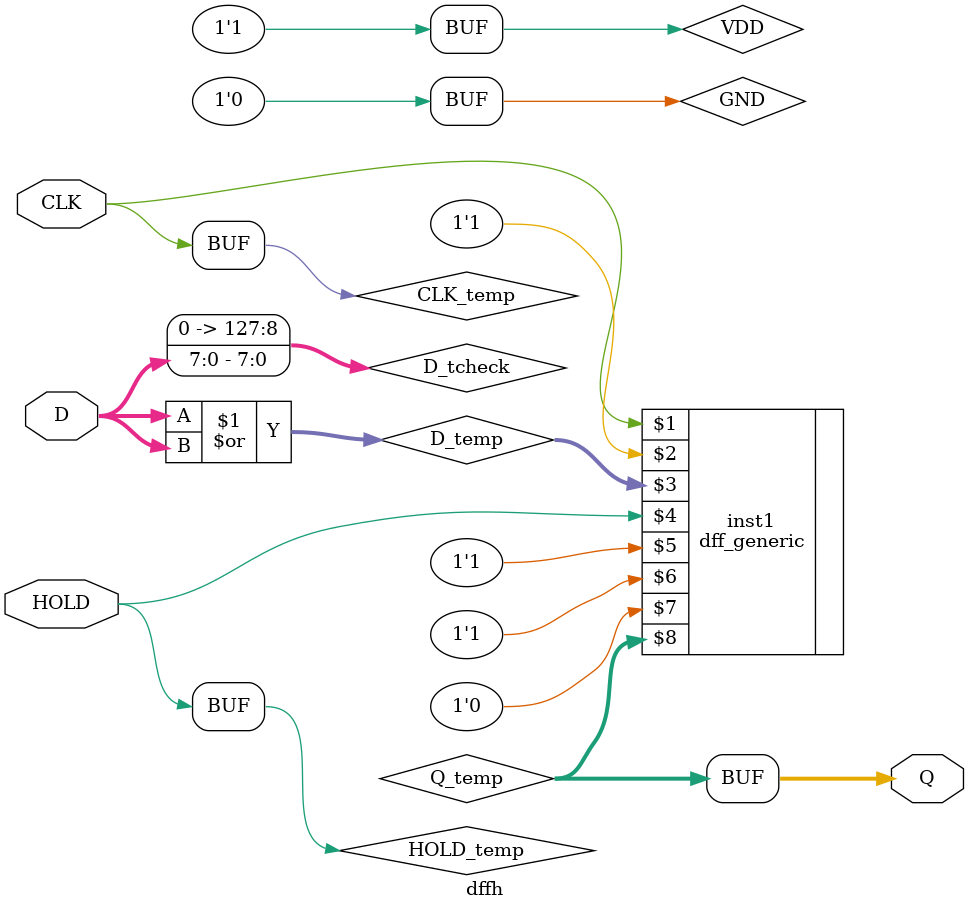
<source format=v>
module dffh(CLK,D,HOLD,Q);
  parameter N = 8;
  parameter DPFLAG = 1;
  parameter GROUP = "dpath1";
  parameter
        d_CLK_r = 0,
        d_CLK_f = 0,
        d_D = 0,
        d_HOLD_r = 0,
        d_HOLD_f = 0,
        d_Q = 1;
  input  CLK;
  input [(N - 1):0] D;
  input  HOLD;
  output [(N - 1):0] Q;
  wire  CLK_temp;
  wire [(N - 1):0] D_temp;
  wire  HOLD_temp;
  wire [(N - 1):0] Q_temp;
  supply0  GND;
  supply1  VDD;
  assign #(d_CLK_r,d_CLK_f) CLK_temp = CLK;
  assign #(d_D) D_temp = D|D;
  assign #(d_HOLD_r,d_HOLD_f) HOLD_temp = HOLD;
  assign #(d_Q) Q = Q_temp;
  dff_generic #(N) inst1 (CLK_temp,VDD,D_temp,HOLD_temp,VDD,VDD,GND,Q_temp);
  wire [127:0] D_tcheck = D;
  specify
    specparam
      t_hold_D = 0,
      t_setup_D = 0,
      t_hold_HOLD = 0,
      t_setup_HOLD = 0;
    $hold(posedge CLK , D_tcheck , t_hold_D);
    $setup(D_tcheck , posedge CLK , t_setup_D);
    $hold(posedge CLK , HOLD , t_hold_HOLD);
    $setup(HOLD , posedge CLK , t_setup_HOLD);
  endspecify
endmodule

</source>
